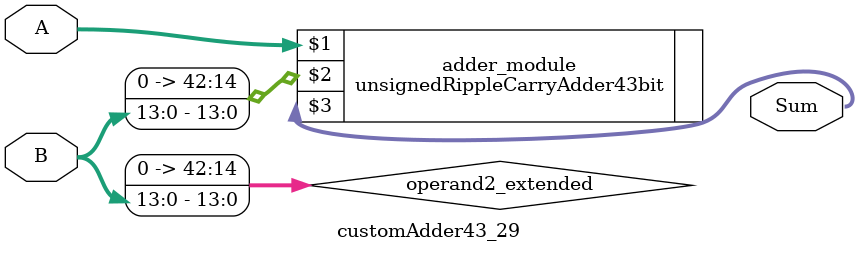
<source format=v>
module customAdder43_29(
                        input [42 : 0] A,
                        input [13 : 0] B,
                        
                        output [43 : 0] Sum
                );

        wire [42 : 0] operand2_extended;
        
        assign operand2_extended =  {29'b0, B};
        
        unsignedRippleCarryAdder43bit adder_module(
            A,
            operand2_extended,
            Sum
        );
        
        endmodule
        
</source>
